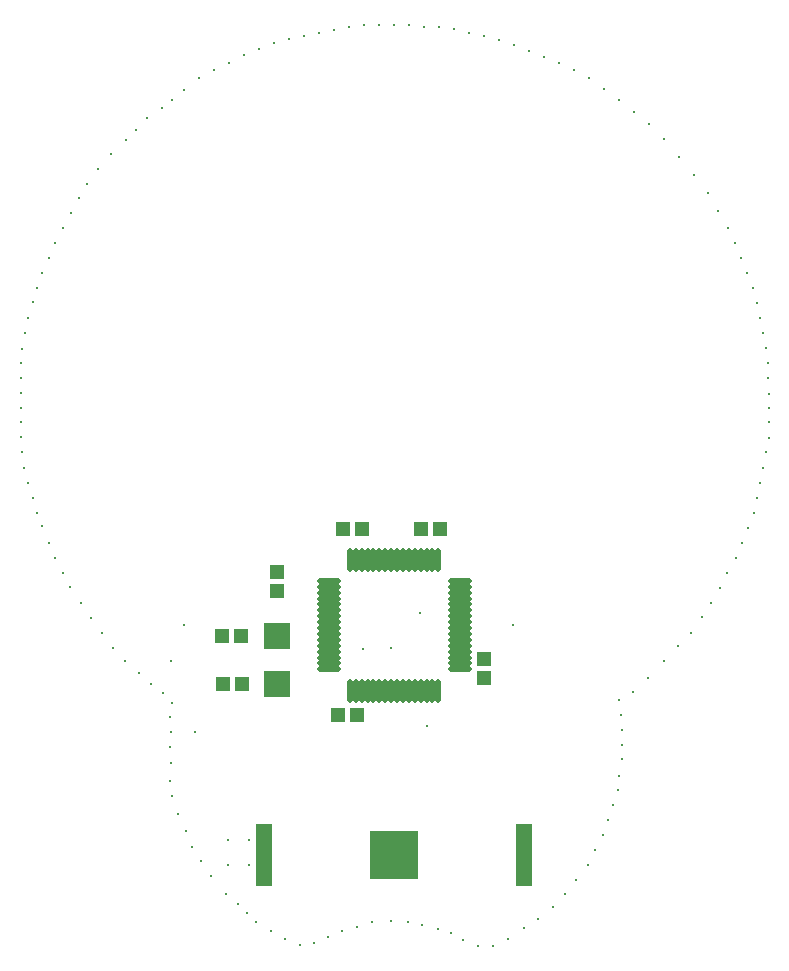
<source format=gbs>
G04*
G04 #@! TF.GenerationSoftware,Altium Limited,Altium Designer,18.1.7 (191)*
G04*
G04 Layer_Color=16711935*
%FSLAX25Y25*%
%MOIN*%
G70*
G01*
G75*
%ADD38R,0.04737X0.04737*%
%ADD42R,0.05800X0.20800*%
%ADD43R,0.16391X0.16391*%
%ADD61C,0.01181*%
%ADD73R,0.04737X0.04737*%
%ADD74R,0.08871X0.09068*%
%ADD75O,0.07887X0.01981*%
%ADD76O,0.01981X0.07887*%
D38*
X-50928Y-78500D02*
D03*
X-57227D02*
D03*
X-50850Y-94500D02*
D03*
X-57150D02*
D03*
X-12350Y-105000D02*
D03*
X-18650D02*
D03*
X8850Y-43084D02*
D03*
X15150D02*
D03*
X-17150Y-42865D02*
D03*
X-10850D02*
D03*
D42*
X-43248Y-151575D02*
D03*
X43248D02*
D03*
D43*
X0D02*
D03*
D61*
X6176Y-157000D02*
D03*
X588D02*
D03*
X-5000D02*
D03*
Y-151500D02*
D03*
X588D02*
D03*
X6176D02*
D03*
X6176Y-146000D02*
D03*
X434D02*
D03*
X-5308D02*
D03*
X-74000Y-100813D02*
D03*
X-74687Y-105500D02*
D03*
X-74500Y-110500D02*
D03*
X-74687Y-115500D02*
D03*
X-74500Y-121000D02*
D03*
X-74687Y-127000D02*
D03*
X-74000Y-132000D02*
D03*
X-72071Y-138000D02*
D03*
X-69500Y-143500D02*
D03*
X-67458Y-149000D02*
D03*
X-64370Y-153500D02*
D03*
X-61000Y-158543D02*
D03*
X-56046Y-164500D02*
D03*
X-52000Y-168000D02*
D03*
X-49000Y-171000D02*
D03*
X-46000Y-174000D02*
D03*
X-41000Y-176952D02*
D03*
X-36500Y-179656D02*
D03*
X-31500Y-181500D02*
D03*
X-26772Y-181000D02*
D03*
X-22000Y-179126D02*
D03*
X-17500Y-177000D02*
D03*
X-12500Y-175500D02*
D03*
X-7500Y-174000D02*
D03*
X-1000Y-173500D02*
D03*
X4535Y-174000D02*
D03*
X9409Y-175000D02*
D03*
X14500Y-176403D02*
D03*
X19000Y-177500D02*
D03*
X23068Y-180000D02*
D03*
X28000Y-182000D02*
D03*
X33000D02*
D03*
X38000Y-179500D02*
D03*
X43248Y-176000D02*
D03*
X48000Y-173000D02*
D03*
X53000Y-169000D02*
D03*
X57000Y-164500D02*
D03*
X60500Y-160000D02*
D03*
X64500Y-155000D02*
D03*
X67000Y-149867D02*
D03*
X69753Y-145000D02*
D03*
X71424Y-140000D02*
D03*
X72932Y-135000D02*
D03*
X74598Y-130000D02*
D03*
X75000Y-125251D02*
D03*
X76000Y-119726D02*
D03*
Y-115000D02*
D03*
X76096Y-110082D02*
D03*
X75500Y-105000D02*
D03*
X75000Y-100000D02*
D03*
X79500Y-97286D02*
D03*
X84500Y-92500D02*
D03*
X89840Y-87000D02*
D03*
X94736Y-82000D02*
D03*
X98870Y-77500D02*
D03*
X102500Y-72211D02*
D03*
X105500Y-67526D02*
D03*
X108500Y-62500D02*
D03*
X111000Y-57500D02*
D03*
X114000Y-52500D02*
D03*
X116000Y-47596D02*
D03*
X118000Y-42500D02*
D03*
X119923Y-37500D02*
D03*
X121000Y-32500D02*
D03*
X122087Y-27500D02*
D03*
X123000Y-22500D02*
D03*
X124000Y-17412D02*
D03*
X125000Y-12500D02*
D03*
Y-7356D02*
D03*
Y-2500D02*
D03*
Y2000D02*
D03*
X124500Y7500D02*
D03*
Y12500D02*
D03*
X124000Y17467D02*
D03*
X123000Y22500D02*
D03*
X122000Y27500D02*
D03*
X121000Y32500D02*
D03*
X119500Y37500D02*
D03*
X117500Y42500D02*
D03*
X115500Y47500D02*
D03*
X113500Y52500D02*
D03*
X111199Y57500D02*
D03*
X108000Y63000D02*
D03*
X104500Y69000D02*
D03*
X100000Y75000D02*
D03*
X95000Y80936D02*
D03*
X90000Y87000D02*
D03*
X85000Y92000D02*
D03*
X79936Y96000D02*
D03*
X75000Y100000D02*
D03*
X70000Y103619D02*
D03*
X65000Y107500D02*
D03*
X60000Y110000D02*
D03*
X55000Y112500D02*
D03*
X50000Y114500D02*
D03*
X45031Y116500D02*
D03*
X40000Y118500D02*
D03*
X35000Y119923D02*
D03*
X30000Y121500D02*
D03*
X25000Y122500D02*
D03*
X20000Y123867D02*
D03*
X15000Y124500D02*
D03*
X10000D02*
D03*
X5000Y125000D02*
D03*
X62D02*
D03*
X-5000D02*
D03*
X-15000Y124500D02*
D03*
X-10000Y125000D02*
D03*
X-20000Y123500D02*
D03*
X-25000Y122500D02*
D03*
X-30022Y121500D02*
D03*
X-35000Y120500D02*
D03*
X-40000Y119000D02*
D03*
X-45000Y117000D02*
D03*
X-50000Y115000D02*
D03*
X-54978Y112500D02*
D03*
X-60000Y110000D02*
D03*
X-65000Y107500D02*
D03*
X-70000Y103500D02*
D03*
X-74000Y100000D02*
D03*
X-77368Y97500D02*
D03*
X-82500Y94000D02*
D03*
X-86000Y90000D02*
D03*
X-89500Y86649D02*
D03*
X-94500Y82000D02*
D03*
X-98846Y77000D02*
D03*
X-102500Y71972D02*
D03*
X-105000Y67500D02*
D03*
X-107579Y62500D02*
D03*
X-110500Y57500D02*
D03*
X-113000Y52500D02*
D03*
X-115000Y47500D02*
D03*
X-117381Y42500D02*
D03*
X-119000Y37500D02*
D03*
X-120500Y32702D02*
D03*
X-122000Y27411D02*
D03*
X-123000Y22500D02*
D03*
X-124000Y17000D02*
D03*
X-124500Y12500D02*
D03*
Y7500D02*
D03*
Y2500D02*
D03*
Y-2500D02*
D03*
Y-7434D02*
D03*
Y-12355D02*
D03*
X-124000Y-17244D02*
D03*
X-123500Y-22500D02*
D03*
X-122000Y-27500D02*
D03*
X-120500Y-32500D02*
D03*
X-119000Y-37500D02*
D03*
X-117500Y-41963D02*
D03*
X-115000Y-47596D02*
D03*
X-113000Y-52500D02*
D03*
X-110500Y-57500D02*
D03*
X-108000Y-62205D02*
D03*
X-104500Y-67526D02*
D03*
X-101000Y-72761D02*
D03*
X-97500Y-77610D02*
D03*
X-93794Y-82604D02*
D03*
X-89840Y-87000D02*
D03*
X-85000Y-91000D02*
D03*
X-81000Y-94500D02*
D03*
X-77150Y-97500D02*
D03*
X8500Y-71000D02*
D03*
X-74500Y-87000D02*
D03*
X-70000Y-75000D02*
D03*
X-66500Y-110500D02*
D03*
X-55500Y-155000D02*
D03*
X-48500D02*
D03*
Y-146500D02*
D03*
X-55500D02*
D03*
X39500Y-75000D02*
D03*
X10827Y-108500D02*
D03*
X-10500Y-83000D02*
D03*
X-1000Y-82500D02*
D03*
D73*
X-39000Y-57350D02*
D03*
Y-63650D02*
D03*
X30000Y-86350D02*
D03*
Y-92650D02*
D03*
D74*
X-39000Y-94472D02*
D03*
Y-78528D02*
D03*
D75*
X-21850Y-89764D02*
D03*
Y-87795D02*
D03*
Y-85827D02*
D03*
Y-83858D02*
D03*
Y-81890D02*
D03*
Y-79921D02*
D03*
Y-77953D02*
D03*
Y-75984D02*
D03*
Y-74016D02*
D03*
Y-72047D02*
D03*
Y-70079D02*
D03*
Y-68110D02*
D03*
Y-66142D02*
D03*
Y-64173D02*
D03*
Y-62205D02*
D03*
Y-60236D02*
D03*
X21850D02*
D03*
Y-62205D02*
D03*
Y-64173D02*
D03*
Y-66142D02*
D03*
Y-68110D02*
D03*
Y-70079D02*
D03*
Y-72047D02*
D03*
Y-74016D02*
D03*
Y-75984D02*
D03*
Y-77953D02*
D03*
Y-79921D02*
D03*
Y-81890D02*
D03*
Y-83858D02*
D03*
Y-85827D02*
D03*
Y-87795D02*
D03*
Y-89764D02*
D03*
D76*
X-14764Y-53150D02*
D03*
X-12795D02*
D03*
X-10827D02*
D03*
X-8858D02*
D03*
X-6890D02*
D03*
X-4921D02*
D03*
X-2953D02*
D03*
X-984D02*
D03*
X984D02*
D03*
X2953D02*
D03*
X4921D02*
D03*
X6890D02*
D03*
X8858D02*
D03*
X10827D02*
D03*
X12795D02*
D03*
X14764D02*
D03*
Y-96850D02*
D03*
X12795D02*
D03*
X10827D02*
D03*
X8858D02*
D03*
X6890D02*
D03*
X4921D02*
D03*
X2953D02*
D03*
X984D02*
D03*
X-984D02*
D03*
X-2953D02*
D03*
X-4921D02*
D03*
X-6890D02*
D03*
X-8858D02*
D03*
X-10827D02*
D03*
X-12795D02*
D03*
X-14764D02*
D03*
M02*

</source>
